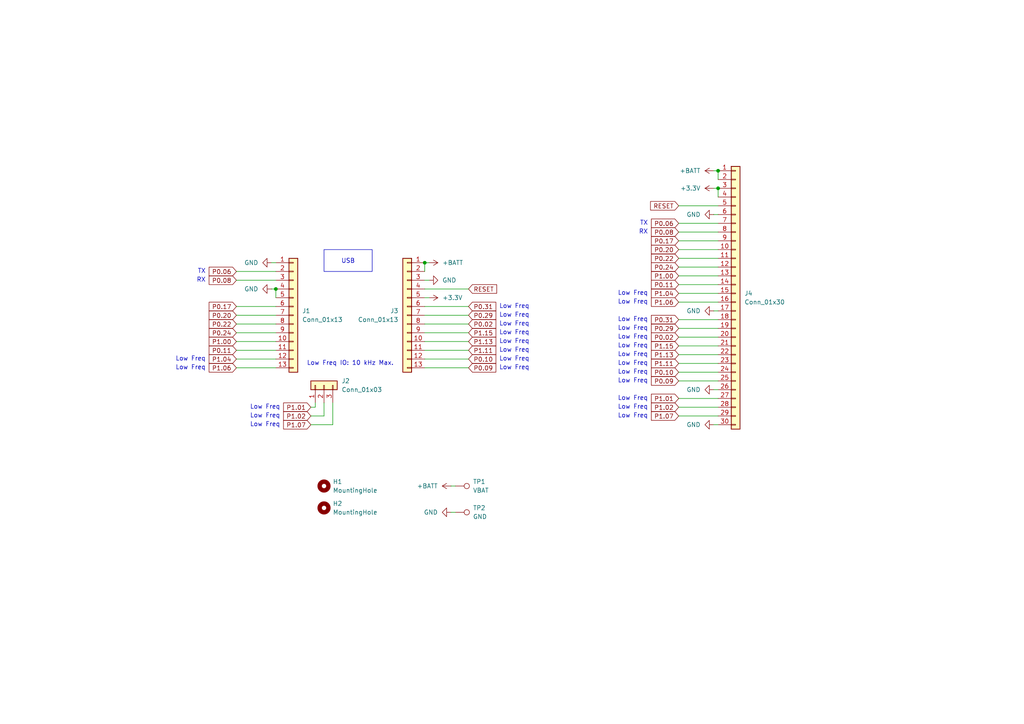
<source format=kicad_sch>
(kicad_sch (version 20250114) (generator "eeschema") (generator_version "9.0")
  (paper "A4")
  (lib_symbols
    (symbol "Connector:TestPoint" (pin_numbers (hide yes)) (pin_names (offset 0.762) (hide yes))
      (property "Reference" "TP" (at 0 6.858 0))
      (property "Value" "TestPoint" (at 0 5.08 0))
      (symbol "TestPoint_0_1"
        (circle (center 0 3.302) (radius 0.762))
      )
      (symbol "TestPoint_1_1"
        (pin passive line (at 0 0 90) (length 2.54) (name "1") (number "1"))
      )
    )
    (symbol "Connector_Generic:Conn_01x03" (pin_names (offset 1.016) (hide yes))
      (property "Reference" "J" (at 0 5.08 0))
      (property "Value" "Conn_01x03" (at 0 -5.08 0))
      (symbol "Conn_01x03_1_1"
        (rectangle (start -1.27 3.81) (end 1.27 -3.81) (stroke (width 0.254)) (fill (type background)))
        (rectangle (start -1.27 2.667) (end 0 2.413) (stroke (width 0.1524)))
        (rectangle (start -1.27 0.127) (end 0 -0.127) (stroke (width 0.1524)))
        (rectangle (start -1.27 -2.413) (end 0 -2.667) (stroke (width 0.1524)))
        (pin passive line (at -5.08 2.54 0) (length 3.81) (name "Pin_1") (number "1"))
        (pin passive line (at -5.08 0 0) (length 3.81) (name "Pin_2") (number "2"))
        (pin passive line (at -5.08 -2.54 0) (length 3.81) (name "Pin_3") (number "3"))
      )
    )
    (symbol "Connector_Generic:Conn_01x13" (pin_names (offset 1.016) (hide yes))
      (property "Reference" "J" (at 0 17.78 0))
      (property "Value" "Conn_01x13" (at 0 -17.78 0))
      (symbol "Conn_01x13_1_1"
        (rectangle (start -1.27 16.51) (end 1.27 -16.51) (stroke (width 0.254)) (fill (type background)))
        (rectangle (start -1.27 15.367) (end 0 15.113) (stroke (width 0.1524)))
        (rectangle (start -1.27 12.827) (end 0 12.573) (stroke (width 0.1524)))
        (rectangle (start -1.27 10.287) (end 0 10.033) (stroke (width 0.1524)))
        (rectangle (start -1.27 7.747) (end 0 7.493) (stroke (width 0.1524)))
        (rectangle (start -1.27 5.207) (end 0 4.953) (stroke (width 0.1524)))
        (rectangle (start -1.27 2.667) (end 0 2.413) (stroke (width 0.1524)))
        (rectangle (start -1.27 0.127) (end 0 -0.127) (stroke (width 0.1524)))
        (rectangle (start -1.27 -2.413) (end 0 -2.667) (stroke (width 0.1524)))
        (rectangle (start -1.27 -4.953) (end 0 -5.207) (stroke (width 0.1524)))
        (rectangle (start -1.27 -7.493) (end 0 -7.747) (stroke (width 0.1524)))
        (rectangle (start -1.27 -10.033) (end 0 -10.287) (stroke (width 0.1524)))
        (rectangle (start -1.27 -12.573) (end 0 -12.827) (stroke (width 0.1524)))
        (rectangle (start -1.27 -15.113) (end 0 -15.367) (stroke (width 0.1524)))
        (pin passive line (at -5.08 15.24 0) (length 3.81) (name "Pin_1") (number "1"))
        (pin passive line (at -5.08 12.7 0) (length 3.81) (name "Pin_2") (number "2"))
        (pin passive line (at -5.08 10.16 0) (length 3.81) (name "Pin_3") (number "3"))
        (pin passive line (at -5.08 7.62 0) (length 3.81) (name "Pin_4") (number "4"))
        (pin passive line (at -5.08 5.08 0) (length 3.81) (name "Pin_5") (number "5"))
        (pin passive line (at -5.08 2.54 0) (length 3.81) (name "Pin_6") (number "6"))
        (pin passive line (at -5.08 0 0) (length 3.81) (name "Pin_7") (number "7"))
        (pin passive line (at -5.08 -2.54 0) (length 3.81) (name "Pin_8") (number "8"))
        (pin passive line (at -5.08 -5.08 0) (length 3.81) (name "Pin_9") (number "9"))
        (pin passive line (at -5.08 -7.62 0) (length 3.81) (name "Pin_10") (number "10"))
        (pin passive line (at -5.08 -10.16 0) (length 3.81) (name "Pin_11") (number "11"))
        (pin passive line (at -5.08 -12.7 0) (length 3.81) (name "Pin_12") (number "12"))
        (pin passive line (at -5.08 -15.24 0) (length 3.81) (name "Pin_13") (number "13"))
      )
    )
    (symbol "Connector_Generic:Conn_01x30" (pin_names (offset 1.016) (hide yes))
      (property "Reference" "J" (at 0 38.1 0))
      (property "Value" "Conn_01x30" (at 0 -40.64 0))
      (symbol "Conn_01x30_1_1"
        (rectangle (start -1.27 36.83) (end 1.27 -39.37) (stroke (width 0.254)) (fill (type background)))
        (rectangle (start -1.27 35.687) (end 0 35.433) (stroke (width 0.1524)))
        (rectangle (start -1.27 33.147) (end 0 32.893) (stroke (width 0.1524)))
        (rectangle (start -1.27 30.607) (end 0 30.353) (stroke (width 0.1524)))
        (rectangle (start -1.27 28.067) (end 0 27.813) (stroke (width 0.1524)))
        (rectangle (start -1.27 25.527) (end 0 25.273) (stroke (width 0.1524)))
        (rectangle (start -1.27 22.987) (end 0 22.733) (stroke (width 0.1524)))
        (rectangle (start -1.27 20.447) (end 0 20.193) (stroke (width 0.1524)))
        (rectangle (start -1.27 17.907) (end 0 17.653) (stroke (width 0.1524)))
        (rectangle (start -1.27 15.367) (end 0 15.113) (stroke (width 0.1524)))
        (rectangle (start -1.27 12.827) (end 0 12.573) (stroke (width 0.1524)))
        (rectangle (start -1.27 10.287) (end 0 10.033) (stroke (width 0.1524)))
        (rectangle (start -1.27 7.747) (end 0 7.493) (stroke (width 0.1524)))
        (rectangle (start -1.27 5.207) (end 0 4.953) (stroke (width 0.1524)))
        (rectangle (start -1.27 2.667) (end 0 2.413) (stroke (width 0.1524)))
        (rectangle (start -1.27 0.127) (end 0 -0.127) (stroke (width 0.1524)))
        (rectangle (start -1.27 -2.413) (end 0 -2.667) (stroke (width 0.1524)))
        (rectangle (start -1.27 -4.953) (end 0 -5.207) (stroke (width 0.1524)))
        (rectangle (start -1.27 -7.493) (end 0 -7.747) (stroke (width 0.1524)))
        (rectangle (start -1.27 -10.033) (end 0 -10.287) (stroke (width 0.1524)))
        (rectangle (start -1.27 -12.573) (end 0 -12.827) (stroke (width 0.1524)))
        (rectangle (start -1.27 -15.113) (end 0 -15.367) (stroke (width 0.1524)))
        (rectangle (start -1.27 -17.653) (end 0 -17.907) (stroke (width 0.1524)))
        (rectangle (start -1.27 -20.193) (end 0 -20.447) (stroke (width 0.1524)))
        (rectangle (start -1.27 -22.733) (end 0 -22.987) (stroke (width 0.1524)))
        (rectangle (start -1.27 -25.273) (end 0 -25.527) (stroke (width 0.1524)))
        (rectangle (start -1.27 -27.813) (end 0 -28.067) (stroke (width 0.1524)))
        (rectangle (start -1.27 -30.353) (end 0 -30.607) (stroke (width 0.1524)))
        (rectangle (start -1.27 -32.893) (end 0 -33.147) (stroke (width 0.1524)))
        (rectangle (start -1.27 -35.433) (end 0 -35.687) (stroke (width 0.1524)))
        (rectangle (start -1.27 -37.973) (end 0 -38.227) (stroke (width 0.1524)))
        (pin passive line (at -5.08 35.56 0) (length 3.81) (name "Pin_1") (number "1"))
        (pin passive line (at -5.08 33.02 0) (length 3.81) (name "Pin_2") (number "2"))
        (pin passive line (at -5.08 30.48 0) (length 3.81) (name "Pin_3") (number "3"))
        (pin passive line (at -5.08 27.94 0) (length 3.81) (name "Pin_4") (number "4"))
        (pin passive line (at -5.08 25.4 0) (length 3.81) (name "Pin_5") (number "5"))
        (pin passive line (at -5.08 22.86 0) (length 3.81) (name "Pin_6") (number "6"))
        (pin passive line (at -5.08 20.32 0) (length 3.81) (name "Pin_7") (number "7"))
        (pin passive line (at -5.08 17.78 0) (length 3.81) (name "Pin_8") (number "8"))
        (pin passive line (at -5.08 15.24 0) (length 3.81) (name "Pin_9") (number "9"))
        (pin passive line (at -5.08 12.7 0) (length 3.81) (name "Pin_10") (number "10"))
        (pin passive line (at -5.08 10.16 0) (length 3.81) (name "Pin_11") (number "11"))
        (pin passive line (at -5.08 7.62 0) (length 3.81) (name "Pin_12") (number "12"))
        (pin passive line (at -5.08 5.08 0) (length 3.81) (name "Pin_13") (number "13"))
        (pin passive line (at -5.08 2.54 0) (length 3.81) (name "Pin_14") (number "14"))
        (pin passive line (at -5.08 0 0) (length 3.81) (name "Pin_15") (number "15"))
        (pin passive line (at -5.08 -2.54 0) (length 3.81) (name "Pin_16") (number "16"))
        (pin passive line (at -5.08 -5.08 0) (length 3.81) (name "Pin_17") (number "17"))
        (pin passive line (at -5.08 -7.62 0) (length 3.81) (name "Pin_18") (number "18"))
        (pin passive line (at -5.08 -10.16 0) (length 3.81) (name "Pin_19") (number "19"))
        (pin passive line (at -5.08 -12.7 0) (length 3.81) (name "Pin_20") (number "20"))
        (pin passive line (at -5.08 -15.24 0) (length 3.81) (name "Pin_21") (number "21"))
        (pin passive line (at -5.08 -17.78 0) (length 3.81) (name "Pin_22") (number "22"))
        (pin passive line (at -5.08 -20.32 0) (length 3.81) (name "Pin_23") (number "23"))
        (pin passive line (at -5.08 -22.86 0) (length 3.81) (name "Pin_24") (number "24"))
        (pin passive line (at -5.08 -25.4 0) (length 3.81) (name "Pin_25") (number "25"))
        (pin passive line (at -5.08 -27.94 0) (length 3.81) (name "Pin_26") (number "26"))
        (pin passive line (at -5.08 -30.48 0) (length 3.81) (name "Pin_27") (number "27"))
        (pin passive line (at -5.08 -33.02 0) (length 3.81) (name "Pin_28") (number "28"))
        (pin passive line (at -5.08 -35.56 0) (length 3.81) (name "Pin_29") (number "29"))
        (pin passive line (at -5.08 -38.1 0) (length 3.81) (name "Pin_30") (number "30"))
      )
    )
    (symbol "Mechanical:MountingHole" (pin_names (offset 1.016)) (in_bom no)
      (property "Reference" "H" (at 0 5.08 0))
      (property "Value" "MountingHole" (at 0 3.175 0))
      (symbol "MountingHole_0_1"
        (circle (center 0 0) (radius 1.27) (stroke (width 1.27)))
      )
    )
    (symbol "power:+3.3V" (power) (pin_numbers (hide yes)) (pin_names (offset 0) (hide yes))
      (property "Value" "+3.3V" (at 0 3.556 0))
      (symbol "+3.3V_0_1"
        (polyline (pts (xy -0.762 1.27) (xy 0 2.54)))
        (polyline (pts (xy 0 2.54) (xy 0.762 1.27)))
        (polyline (pts (xy 0 0) (xy 0 2.54)))
      )
      (symbol "+3.3V_1_1"
        (pin power_in line (at 0 0 90) (length 0) (name "~") (number "1"))
      )
    )
    (symbol "power:+BATT" (power) (pin_numbers (hide yes)) (pin_names (offset 0) (hide yes))
      (property "Value" "+BATT" (at 0 3.556 0))
      (symbol "+BATT_0_1"
        (polyline (pts (xy -0.762 1.27) (xy 0 2.54)))
        (polyline (pts (xy 0 2.54) (xy 0.762 1.27)))
        (polyline (pts (xy 0 0) (xy 0 2.54)))
      )
      (symbol "+BATT_1_1"
        (pin power_in line (at 0 0 90) (length 0) (name "~") (number "1"))
      )
    )
    (symbol "power:GND" (power) (pin_numbers (hide yes)) (pin_names (offset 0) (hide yes))
      (property "Value" "GND" (at 0 -3.81 0))
      (symbol "GND_0_1"
        (polyline (pts (xy 0 0) (xy 0 -1.27) (xy 1.27 -1.27) (xy 0 -2.54) (xy -1.27 -1.27) (xy 0 -1.27)))
      )
      (symbol "GND_1_1"
        (pin power_in line (at 0 0 270) (length 0) (name "~") (number "1"))
      )
    )
  )
  (text "Low Freq" (at 187.96 85.09 0) (effects (font (size 1.27 1.27)) (justify right)))
  (text "Low Freq" (at 81.28 120.65 0) (effects (font (size 1.27 1.27)) (justify right)))
  (text "Low Freq" (at 187.96 97.79 0) (effects (font (size 1.27 1.27)) (justify right)))
  (text "Low Freq" (at 187.96 110.49 0) (effects (font (size 1.27 1.27)) (justify right)))
  (text "Low Freq" (at 144.78 106.68 0) (effects (font (size 1.27 1.27)) (justify left)))
  (text "Low Freq" (at 187.96 92.71 0) (effects (font (size 1.27 1.27)) (justify right)))
  (text "Low Freq" (at 187.96 105.41 0) (effects (font (size 1.27 1.27)) (justify right)))
  (text "Low Freq" (at 187.96 120.65 0) (effects (font (size 1.27 1.27)) (justify right)))
  (text "Low Freq" (at 59.69 104.14 0) (effects (font (size 1.27 1.27)) (justify right)))
  (text "Low Freq" (at 187.96 118.11 0) (effects (font (size 1.27 1.27)) (justify right)))
  (text "TX" (at 59.69 78.74 0) (effects (font (size 1.27 1.27)) (justify right)))
  (text "RX" (at 187.96 67.31 0) (effects (font (size 1.27 1.27)) (justify right)))
  (text "Low Freq" (at 144.78 99.06 0) (effects (font (size 1.27 1.27)) (justify left)))
  (text "Low Freq" (at 144.78 96.52 0) (effects (font (size 1.27 1.27)) (justify left)))
  (text "Low Freq" (at 59.69 106.68 0) (effects (font (size 1.27 1.27)) (justify right)))
  (text "Low Freq" (at 187.96 102.87 0) (effects (font (size 1.27 1.27)) (justify right)))
  (text "Low Freq" (at 81.28 118.11 0) (effects (font (size 1.27 1.27)) (justify right)))
  (text "Low Freq" (at 144.78 88.9 0) (effects (font (size 1.27 1.27)) (justify left)))
  (text "Low Freq" (at 144.78 104.14 0) (effects (font (size 1.27 1.27)) (justify left)))
  (text "Low Freq" (at 187.96 115.57 0) (effects (font (size 1.27 1.27)) (justify right)))
  (text "Low Freq" (at 144.78 101.6 0) (effects (font (size 1.27 1.27)) (justify left)))
  (text "Low Freq" (at 144.78 93.98 0) (effects (font (size 1.27 1.27)) (justify left)))
  (text "Low Freq" (at 187.96 87.63 0) (effects (font (size 1.27 1.27)) (justify right)))
  (text "Low Freq" (at 187.96 107.95 0) (effects (font (size 1.27 1.27)) (justify right)))
  (text "TX" (at 187.96 64.77 0) (effects (font (size 1.27 1.27)) (justify right)))
  (text "Low Freq" (at 81.28 123.19 0) (effects (font (size 1.27 1.27)) (justify right)))
  (text "Low Freq" (at 187.96 100.33 0) (effects (font (size 1.27 1.27)) (justify right)))
  (text "Low Freq" (at 144.78 91.44 0) (effects (font (size 1.27 1.27)) (justify left)))
  (text "Low Freq" (at 187.96 95.25 0) (effects (font (size 1.27 1.27)) (justify right)))
  (text "RX" (at 59.69 81.28 0) (effects (font (size 1.27 1.27)) (justify right)))
  (text "Low Freq IO: 10 kHz Max." (at 101.6 105.41 0) (effects (font (size 1.27 1.27))))
  (text_box "USB" (at 93.98 72.39 0) (size 13.97 6.35) (margins 0.9525 0.9525 0.9525 0.9525) (effects (font (size 1.27 1.27))))
  (junction (at 80.01 83.82))
  (junction (at 123.19 76.2))
  (junction (at 208.28 54.61))
  (junction (at 208.28 49.53))
  (wire (pts (xy 196.85 102.87) (xy 208.28 102.87)))
  (wire (pts (xy 91.44 116.84) (xy 91.44 118.11)))
  (wire (pts (xy 123.19 76.2) (xy 124.46 76.2)))
  (wire (pts (xy 196.85 97.79) (xy 208.28 97.79)))
  (wire (pts (xy 196.85 107.95) (xy 208.28 107.95)))
  (wire (pts (xy 135.89 83.82) (xy 123.19 83.82)))
  (wire (pts (xy 196.85 80.01) (xy 208.28 80.01)))
  (wire (pts (xy 135.89 106.68) (xy 123.19 106.68)))
  (wire (pts (xy 196.85 87.63) (xy 208.28 87.63)))
  (wire (pts (xy 80.01 83.82) (xy 80.01 86.36)))
  (wire (pts (xy 68.58 91.44) (xy 80.01 91.44)))
  (wire (pts (xy 196.85 92.71) (xy 208.28 92.71)))
  (wire (pts (xy 93.98 120.65) (xy 93.98 116.84)))
  (wire (pts (xy 123.19 76.2) (xy 123.19 78.74)))
  (wire (pts (xy 135.89 93.98) (xy 123.19 93.98)))
  (wire (pts (xy 124.46 81.28) (xy 123.19 81.28)))
  (wire (pts (xy 135.89 96.52) (xy 123.19 96.52)))
  (wire (pts (xy 196.85 69.85) (xy 208.28 69.85)))
  (wire (pts (xy 124.46 86.36) (xy 123.19 86.36)))
  (wire (pts (xy 68.58 93.98) (xy 80.01 93.98)))
  (wire (pts (xy 132.08 148.59) (xy 130.81 148.59)))
  (wire (pts (xy 68.58 99.06) (xy 80.01 99.06)))
  (wire (pts (xy 78.74 76.2) (xy 80.01 76.2)))
  (wire (pts (xy 68.58 88.9) (xy 80.01 88.9)))
  (wire (pts (xy 90.17 120.65) (xy 93.98 120.65)))
  (wire (pts (xy 196.85 120.65) (xy 208.28 120.65)))
  (wire (pts (xy 68.58 106.68) (xy 80.01 106.68)))
  (wire (pts (xy 80.01 83.82) (xy 78.74 83.82)))
  (wire (pts (xy 196.85 64.77) (xy 208.28 64.77)))
  (wire (pts (xy 90.17 123.19) (xy 96.52 123.19)))
  (wire (pts (xy 196.85 110.49) (xy 208.28 110.49)))
  (wire (pts (xy 132.08 140.97) (xy 130.81 140.97)))
  (wire (pts (xy 208.28 49.53) (xy 208.28 52.07)))
  (wire (pts (xy 207.01 123.19) (xy 208.28 123.19)))
  (wire (pts (xy 135.89 91.44) (xy 123.19 91.44)))
  (wire (pts (xy 68.58 81.28) (xy 80.01 81.28)))
  (wire (pts (xy 135.89 99.06) (xy 123.19 99.06)))
  (wire (pts (xy 196.85 74.93) (xy 208.28 74.93)))
  (wire (pts (xy 68.58 101.6) (xy 80.01 101.6)))
  (wire (pts (xy 196.85 59.69) (xy 208.28 59.69)))
  (wire (pts (xy 196.85 82.55) (xy 208.28 82.55)))
  (wire (pts (xy 196.85 72.39) (xy 208.28 72.39)))
  (wire (pts (xy 135.89 104.14) (xy 123.19 104.14)))
  (wire (pts (xy 196.85 95.25) (xy 208.28 95.25)))
  (wire (pts (xy 196.85 67.31) (xy 208.28 67.31)))
  (wire (pts (xy 135.89 88.9) (xy 123.19 88.9)))
  (wire (pts (xy 208.28 49.53) (xy 207.01 49.53)))
  (wire (pts (xy 207.01 54.61) (xy 208.28 54.61)))
  (wire (pts (xy 196.85 105.41) (xy 208.28 105.41)))
  (wire (pts (xy 96.52 123.19) (xy 96.52 116.84)))
  (wire (pts (xy 207.01 62.23) (xy 208.28 62.23)))
  (wire (pts (xy 91.44 118.11) (xy 90.17 118.11)))
  (wire (pts (xy 196.85 100.33) (xy 208.28 100.33)))
  (wire (pts (xy 68.58 78.74) (xy 80.01 78.74)))
  (wire (pts (xy 196.85 118.11) (xy 208.28 118.11)))
  (wire (pts (xy 135.89 101.6) (xy 123.19 101.6)))
  (wire (pts (xy 68.58 104.14) (xy 80.01 104.14)))
  (wire (pts (xy 207.01 90.17) (xy 208.28 90.17)))
  (wire (pts (xy 68.58 96.52) (xy 80.01 96.52)))
  (wire (pts (xy 196.85 85.09) (xy 208.28 85.09)))
  (wire (pts (xy 208.28 54.61) (xy 208.28 57.15)))
  (wire (pts (xy 207.01 113.03) (xy 208.28 113.03)))
  (wire (pts (xy 196.85 77.47) (xy 208.28 77.47)))
  (wire (pts (xy 196.85 115.57) (xy 208.28 115.57)))
  (global_label "P0.09" (shape input) (at 135.89 106.68 0) (property "Intersheetrefs" "${INTERSHEET_REFS}" (effects (hide yes))))
  (global_label "P1.06" (shape input) (at 196.85 87.63 180) (property "Intersheetrefs" "${INTERSHEET_REFS}" (effects (hide yes))))
  (global_label "P0.22" (shape input) (at 68.58 93.98 180) (property "Intersheetrefs" "${INTERSHEET_REFS}" (effects (hide yes))))
  (global_label "P0.20" (shape input) (at 196.85 72.39 180) (property "Intersheetrefs" "${INTERSHEET_REFS}" (effects (hide yes))))
  (global_label "P0.22" (shape input) (at 196.85 74.93 180) (property "Intersheetrefs" "${INTERSHEET_REFS}" (effects (hide yes))))
  (global_label "P0.29" (shape input) (at 196.85 95.25 180) (property "Intersheetrefs" "${INTERSHEET_REFS}" (effects (hide yes))))
  (global_label "P1.00" (shape input) (at 196.85 80.01 180) (property "Intersheetrefs" "${INTERSHEET_REFS}" (effects (hide yes))))
  (global_label "P0.17" (shape input) (at 196.85 69.85 180) (property "Intersheetrefs" "${INTERSHEET_REFS}" (effects (hide yes))))
  (global_label "P1.01" (shape input) (at 196.85 115.57 180) (property "Intersheetrefs" "${INTERSHEET_REFS}" (effects (hide yes))))
  (global_label "P1.15" (shape input) (at 196.85 100.33 180) (property "Intersheetrefs" "${INTERSHEET_REFS}" (effects (hide yes))))
  (global_label "P0.09" (shape input) (at 196.85 110.49 180) (property "Intersheetrefs" "${INTERSHEET_REFS}" (effects (hide yes))))
  (global_label "P0.29" (shape input) (at 135.89 91.44 0) (property "Intersheetrefs" "${INTERSHEET_REFS}" (effects (hide yes))))
  (global_label "P1.11" (shape input) (at 196.85 105.41 180) (property "Intersheetrefs" "${INTERSHEET_REFS}" (effects (hide yes))))
  (global_label "RESET" (shape input) (at 196.85 59.69 180) (property "Intersheetrefs" "${INTERSHEET_REFS}" (effects (hide yes))))
  (global_label "P0.11" (shape input) (at 196.85 82.55 180) (property "Intersheetrefs" "${INTERSHEET_REFS}" (effects (hide yes))))
  (global_label "P0.10" (shape input) (at 196.85 107.95 180) (property "Intersheetrefs" "${INTERSHEET_REFS}" (effects (hide yes))))
  (global_label "P1.13" (shape input) (at 196.85 102.87 180) (property "Intersheetrefs" "${INTERSHEET_REFS}" (effects (hide yes))))
  (global_label "P0.08" (shape input) (at 68.58 81.28 180) (property "Intersheetrefs" "${INTERSHEET_REFS}" (effects (hide yes))))
  (global_label "P0.11" (shape input) (at 68.58 101.6 180) (property "Intersheetrefs" "${INTERSHEET_REFS}" (effects (hide yes))))
  (global_label "P0.08" (shape input) (at 196.85 67.31 180) (property "Intersheetrefs" "${INTERSHEET_REFS}" (effects (hide yes))))
  (global_label "P0.31" (shape input) (at 196.85 92.71 180) (property "Intersheetrefs" "${INTERSHEET_REFS}" (effects (hide yes))))
  (global_label "P1.13" (shape input) (at 135.89 99.06 0) (property "Intersheetrefs" "${INTERSHEET_REFS}" (effects (hide yes))))
  (global_label "P0.06" (shape input) (at 68.58 78.74 180) (property "Intersheetrefs" "${INTERSHEET_REFS}" (effects (hide yes))))
  (global_label "P1.04" (shape input) (at 196.85 85.09 180) (property "Intersheetrefs" "${INTERSHEET_REFS}" (effects (hide yes))))
  (global_label "RESET" (shape input) (at 135.89 83.82 0) (property "Intersheetrefs" "${INTERSHEET_REFS}" (effects (hide yes))))
  (global_label "P1.01" (shape input) (at 90.17 118.11 180) (property "Intersheetrefs" "${INTERSHEET_REFS}" (effects (hide yes))))
  (global_label "P1.15" (shape input) (at 135.89 96.52 0) (property "Intersheetrefs" "${INTERSHEET_REFS}" (effects (hide yes))))
  (global_label "P0.20" (shape input) (at 68.58 91.44 180) (property "Intersheetrefs" "${INTERSHEET_REFS}" (effects (hide yes))))
  (global_label "P1.07" (shape input) (at 90.17 123.19 180) (property "Intersheetrefs" "${INTERSHEET_REFS}" (effects (hide yes))))
  (global_label "P1.07" (shape input) (at 196.85 120.65 180) (property "Intersheetrefs" "${INTERSHEET_REFS}" (effects (hide yes))))
  (global_label "P0.02" (shape input) (at 135.89 93.98 0) (property "Intersheetrefs" "${INTERSHEET_REFS}" (effects (hide yes))))
  (global_label "P1.11" (shape input) (at 135.89 101.6 0) (property "Intersheetrefs" "${INTERSHEET_REFS}" (effects (hide yes))))
  (global_label "P0.02" (shape input) (at 196.85 97.79 180) (property "Intersheetrefs" "${INTERSHEET_REFS}" (effects (hide yes))))
  (global_label "P0.24" (shape input) (at 196.85 77.47 180) (property "Intersheetrefs" "${INTERSHEET_REFS}" (effects (hide yes))))
  (global_label "P0.31" (shape input) (at 135.89 88.9 0) (property "Intersheetrefs" "${INTERSHEET_REFS}" (effects (hide yes))))
  (global_label "P1.02" (shape input) (at 90.17 120.65 180) (property "Intersheetrefs" "${INTERSHEET_REFS}" (effects (hide yes))))
  (global_label "P1.00" (shape input) (at 68.58 99.06 180) (property "Intersheetrefs" "${INTERSHEET_REFS}" (effects (hide yes))))
  (global_label "P0.17" (shape input) (at 68.58 88.9 180) (property "Intersheetrefs" "${INTERSHEET_REFS}" (effects (hide yes))))
  (global_label "P1.06" (shape input) (at 68.58 106.68 180) (property "Intersheetrefs" "${INTERSHEET_REFS}" (effects (hide yes))))
  (global_label "P1.04" (shape input) (at 68.58 104.14 180) (property "Intersheetrefs" "${INTERSHEET_REFS}" (effects (hide yes))))
  (global_label "P0.06" (shape input) (at 196.85 64.77 180) (property "Intersheetrefs" "${INTERSHEET_REFS}" (effects (hide yes))))
  (global_label "P0.24" (shape input) (at 68.58 96.52 180) (property "Intersheetrefs" "${INTERSHEET_REFS}" (effects (hide yes))))
  (global_label "P1.02" (shape input) (at 196.85 118.11 180) (property "Intersheetrefs" "${INTERSHEET_REFS}" (effects (hide yes))))
  (global_label "P0.10" (shape input) (at 135.89 104.14 0) (property "Intersheetrefs" "${INTERSHEET_REFS}" (effects (hide yes))))
  (symbol (lib_id "Mechanical:MountingHole") (at 93.98 140.97 0) (unit 1) (in_bom no)
    (property "Reference" "H1" (at 96.52 139.6999 0) (effects (justify left)))
    (property "Value" "MountingHole" (at 96.52 142.2399 0) (effects (justify left)))
    (property "Footprint" "MountingHole:MountingHole_2.7mm_M2.5_ISO7380" (effects (hide yes)))
    (property "Description" "Mounting Hole without connection" (effects (hide yes)))
  )
  (symbol (lib_id "Connector_Generic:Conn_01x30") (at 213.36 85.09 0) (unit 1)
    (property "Reference" "J4" (at 215.9 85.0899 0) (effects (justify left)))
    (property "Value" "Conn_01x30" (at 215.9 87.6299 0) (effects (justify left)))
    (property "Footprint" "Connector_FFC-FPC:TE_3-1734839-0_1x30-1MP_P0.5mm_Horizontal" (effects (hide yes)))
    (property "Description" "Generic connector, single row, 01x30, script generated (kicad-library-utils/schlib/autogen/connector/)" (effects (hide yes)))
  )
  (symbol (lib_id "power:GND") (at 207.01 113.03 270) (unit 1)
    (property "Reference" "#PWR010" (effects (hide yes)))
    (property "Value" "GND" (at 203.2 113.0299 90) (effects (justify right)))
    (property "Description" "Power symbol creates a global label with name \"GND\" , ground" (effects (hide yes)))
  )
  (symbol (lib_id "Connector:TestPoint") (at 132.08 140.97 270) (unit 1)
    (property "Reference" "TP1" (at 137.16 139.6999 90) (effects (justify left)))
    (property "Value" "VBAT" (at 137.16 142.2399 90) (effects (justify left)))
    (property "Footprint" "TestPoint:TestPoint_Keystone_5015_Micro_Mini" (effects (hide yes)))
    (property "Description" "test point" (effects (hide yes)))
  )
  (symbol (lib_id "power:GND") (at 207.01 62.23 270) (unit 1)
    (property "Reference" "#PWR08" (effects (hide yes)))
    (property "Value" "GND" (at 203.2 62.2299 90) (effects (justify right)))
    (property "Description" "Power symbol creates a global label with name \"GND\" , ground" (effects (hide yes)))
  )
  (symbol (lib_id "Connector:TestPoint") (at 132.08 148.59 270) (unit 1)
    (property "Reference" "TP2" (at 137.16 147.3199 90) (effects (justify left)))
    (property "Value" "GND" (at 137.16 149.8599 90) (effects (justify left)))
    (property "Footprint" "TestPoint:TestPoint_Keystone_5015_Micro_Mini" (effects (hide yes)))
    (property "Description" "test point" (effects (hide yes)))
  )
  (symbol (lib_id "power:+BATT") (at 130.81 140.97 90) (unit 1)
    (property "Reference" "#PWR012" (effects (hide yes)))
    (property "Value" "+BATT" (at 127 140.9699 90) (effects (justify left)))
    (property "Description" "Power symbol creates a global label with name \"+BATT\"" (effects (hide yes)))
  )
  (symbol (lib_id "power:GND") (at 130.81 148.59 270) (unit 1)
    (property "Reference" "#PWR013" (effects (hide yes)))
    (property "Value" "GND" (at 127 148.5899 90) (effects (justify right)))
    (property "Description" "Power symbol creates a global label with name \"GND\" , ground" (effects (hide yes)))
  )
  (symbol (lib_id "power:+BATT") (at 207.01 49.53 90) (unit 1)
    (property "Reference" "#PWR06" (effects (hide yes)))
    (property "Value" "+BATT" (at 203.2 49.5299 90) (effects (justify left)))
    (property "Description" "Power symbol creates a global label with name \"+BATT\"" (effects (hide yes)))
  )
  (symbol (lib_id "power:+3.3V") (at 207.01 54.61 90) (unit 1)
    (property "Reference" "#PWR07" (effects (hide yes)))
    (property "Value" "+3.3V" (at 203.2 54.6099 90) (effects (justify left)))
    (property "Description" "Power symbol creates a global label with name \"+3.3V\"" (effects (hide yes)))
  )
  (symbol (lib_id "power:GND") (at 207.01 90.17 270) (unit 1)
    (property "Reference" "#PWR09" (effects (hide yes)))
    (property "Value" "GND" (at 203.2 90.1699 90) (effects (justify right)))
    (property "Description" "Power symbol creates a global label with name \"GND\" , ground" (effects (hide yes)))
  )
  (symbol (lib_id "power:+BATT") (at 124.46 76.2 270) (unit 1)
    (property "Reference" "#PWR03" (effects (hide yes)))
    (property "Value" "+BATT" (at 128.27 76.1999 90) (effects (justify left)))
    (property "Description" "Power symbol creates a global label with name \"+BATT\"" (effects (hide yes)))
  )
  (symbol (lib_id "Connector_Generic:Conn_01x03") (at 93.98 111.76 90) (unit 1)
    (property "Reference" "J2" (at 99.06 110.4899 90) (effects (justify right)))
    (property "Value" "Conn_01x03" (at 99.06 113.0299 90) (effects (justify right)))
    (property "Footprint" "Connector_PinHeader_2.54mm:PinHeader_1x03_P2.54mm_Vertical" (effects (hide yes)))
    (property "Description" "Generic connector, single row, 01x03, script generated (kicad-library-utils/schlib/autogen/connector/)" (effects (hide yes)))
  )
  (symbol (lib_id "power:GND") (at 78.74 76.2 270) (unit 1)
    (property "Reference" "#PWR01" (effects (hide yes)))
    (property "Value" "GND" (at 74.93 76.1999 90) (effects (justify right)))
    (property "Description" "Power symbol creates a global label with name \"GND\" , ground" (effects (hide yes)))
  )
  (symbol (lib_id "power:+3.3V") (at 124.46 86.36 270) (unit 1)
    (property "Reference" "#PWR05" (effects (hide yes)))
    (property "Value" "+3.3V" (at 128.27 86.3599 90) (effects (justify left)))
    (property "Description" "Power symbol creates a global label with name \"+3.3V\"" (effects (hide yes)))
  )
  (symbol (lib_id "power:GND") (at 78.74 83.82 270) (unit 1)
    (property "Reference" "#PWR02" (effects (hide yes)))
    (property "Value" "GND" (at 74.93 83.8199 90) (effects (justify right)))
    (property "Description" "Power symbol creates a global label with name \"GND\" , ground" (effects (hide yes)))
  )
  (symbol (lib_id "power:GND") (at 207.01 123.19 270) (unit 1)
    (property "Reference" "#PWR011" (effects (hide yes)))
    (property "Value" "GND" (at 203.2 123.1899 90) (effects (justify right)))
    (property "Description" "Power symbol creates a global label with name \"GND\" , ground" (effects (hide yes)))
  )
  (symbol (lib_id "Connector_Generic:Conn_01x13") (at 118.11 91.44 0) (mirror y) (unit 1)
    (property "Reference" "J3" (at 115.57 90.1699 0) (effects (justify left)))
    (property "Value" "Conn_01x13" (at 115.57 92.7099 0) (effects (justify left)))
    (property "Footprint" "Connector_PinHeader_2.54mm:PinHeader_1x13_P2.54mm_Vertical" (effects (hide yes)))
    (property "Description" "Generic connector, single row, 01x13, script generated (kicad-library-utils/schlib/autogen/connector/)" (effects (hide yes)))
  )
  (symbol (lib_id "Mechanical:MountingHole") (at 93.98 147.32 0) (unit 1) (in_bom no)
    (property "Reference" "H2" (at 96.52 146.0499 0) (effects (justify left)))
    (property "Value" "MountingHole" (at 96.52 148.5899 0) (effects (justify left)))
    (property "Footprint" "MountingHole:MountingHole_2.7mm_M2.5_ISO7380" (effects (hide yes)))
    (property "Description" "Mounting Hole without connection" (effects (hide yes)))
  )
  (symbol (lib_id "Connector_Generic:Conn_01x13") (at 85.09 91.44 0) (unit 1)
    (property "Reference" "J1" (at 87.63 90.1699 0) (effects (justify left)))
    (property "Value" "Conn_01x13" (at 87.63 92.7099 0) (effects (justify left)))
    (property "Footprint" "Connector_PinHeader_2.54mm:PinHeader_1x13_P2.54mm_Vertical" (effects (hide yes)))
    (property "Description" "Generic connector, single row, 01x13, script generated (kicad-library-utils/schlib/autogen/connector/)" (effects (hide yes)))
  )
  (symbol (lib_id "power:GND") (at 124.46 81.28 90) (unit 1)
    (property "Reference" "#PWR04" (effects (hide yes)))
    (property "Value" "GND" (at 128.27 81.2799 90) (effects (justify right)))
    (property "Description" "Power symbol creates a global label with name \"GND\" , ground" (effects (hide yes)))
  )
)
</source>
